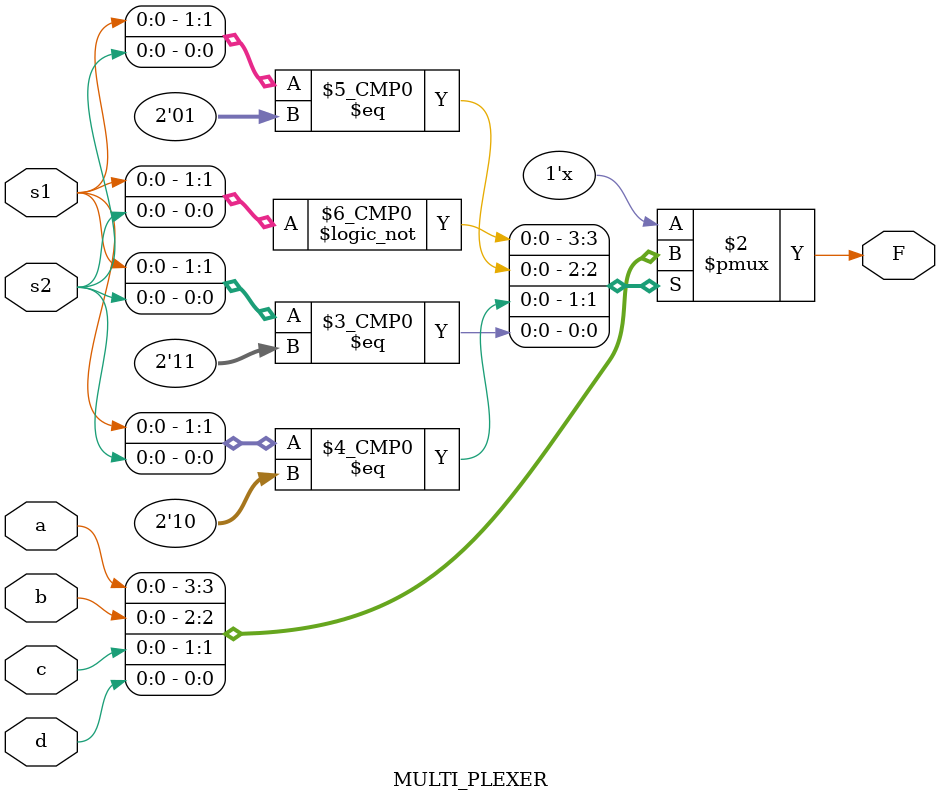
<source format=sv>
module MULTI_PLEXER(a,b,c,d,s1,s2,F);
  input a,b,c,d,s1,s2;
  output reg F;
 
  always@(a or b or c or d or s1 or s2)
    begin
      case({s1,s2})
        2'b00: F=a;
        2'b01: F=b;
        2'b10: F=c;
        2'b11: F=d;
        default: F=1'b0;
      endcase
      end
      endmodule
</source>
